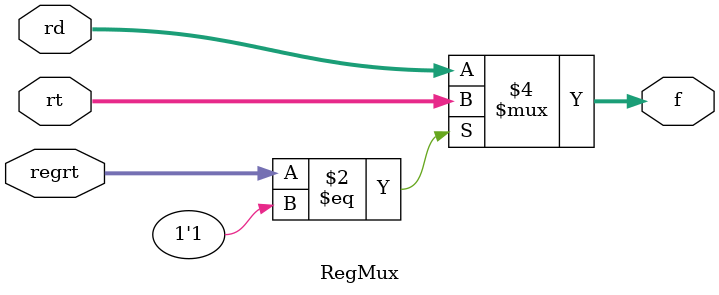
<source format=v>
`timescale 1ns / 1ps


module RegMux(
        input [4:0] rt,
        input [4:0] rd,
        input [1:0] regrt,
        output reg [4:0] f
    );
    
    always @(*) begin 
        if (regrt == 1'b1) begin
            f <= rt;
        end 
        else begin
            f <= rd;
        end
    end
endmodule

</source>
